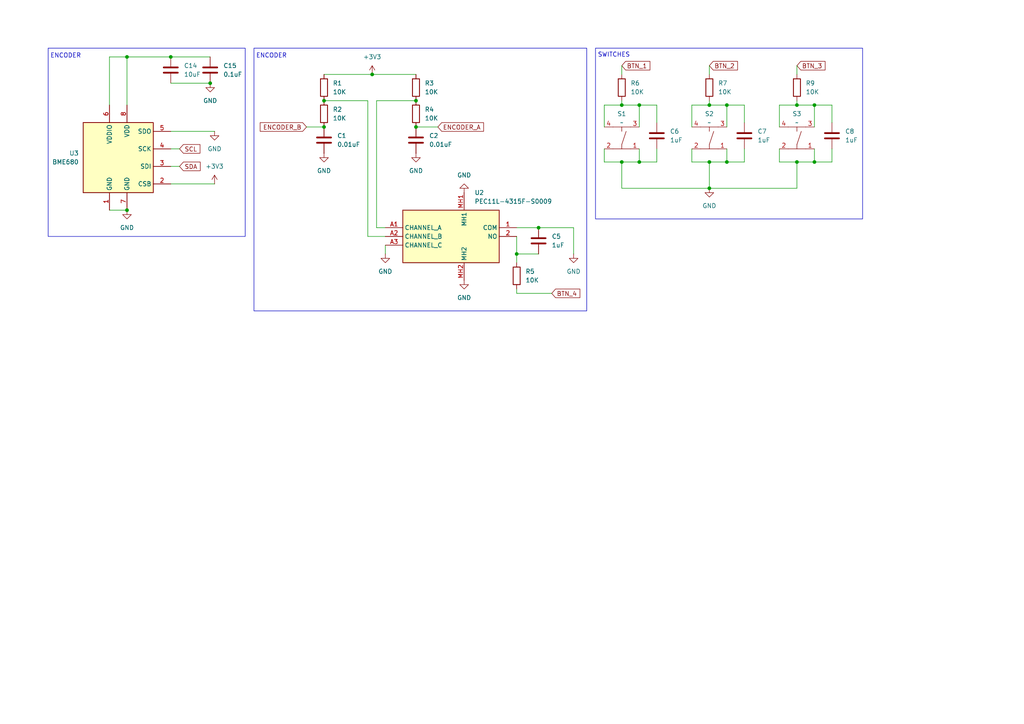
<source format=kicad_sch>
(kicad_sch (version 20231120) (generator "eeschema") (generator_version "8.0")
  (paper "A4")
  (lib_symbols
    (symbol "Device:C" (pin_numbers hide) (pin_names (offset 0.254))
      (property "Reference" "C" (at 0.635 2.54 0))
      (property "Value" "C" (at 0.635 -2.54 0))
      (symbol "C_0_1"
        (polyline (pts (xy -2.032 -0.762) (xy 2.032 -0.762)) (stroke (width 0.508)))
        (polyline (pts (xy -2.032 0.762) (xy 2.032 0.762)) (stroke (width 0.508)))
      )
      (symbol "C_1_1"
        (pin passive line (at 0 3.81 270) (length 2.794) (name "~") (number "1"))
        (pin passive line (at 0 -3.81 90) (length 2.794) (name "~") (number "2"))
      )
    )
    (symbol "Device:R" (pin_numbers hide) (pin_names (offset 0))
      (property "Reference" "R" (at 2.032 0 90))
      (property "Value" "R" (at 0 0 90))
      (symbol "R_0_1"
        (rectangle (start -1.016 -2.54) (end 1.016 2.54) (stroke (width 0.254)))
      )
      (symbol "R_1_1"
        (pin passive line (at 0 3.81 270) (length 1.27) (name "~") (number "1"))
        (pin passive line (at 0 -3.81 90) (length 1.27) (name "~") (number "2"))
      )
    )
    (symbol "SamacSys_Parts:OMRON_B3FS_Tactile_Switch"
      (property "Reference" "S" (at -1.27 3.556 0))
      (symbol "OMRON_B3FS_Tactile_Switch_0_1"
        (polyline (pts (xy -2.54 1.27) (xy 2.54 1.27)))
        (polyline (pts (xy 0 -5.08) (xy 0 -3.81)))
        (polyline (pts (xy 0 -3.81) (xy 1.27 0)))
        (polyline (pts (xy 0 1.27) (xy 0 0)))
        (polyline (pts (xy 2.54 -5.08) (xy -2.54 -5.08)))
      )
      (symbol "OMRON_B3FS_Tactile_Switch_1_1"
        (pin bidirectional line (at 5.08 -5.08 180) (length 2.54) (name "") (number "1"))
        (pin bidirectional line (at -5.08 -5.08 0) (length 2.54) (name "") (number "2"))
        (pin bidirectional line (at 5.08 1.27 180) (length 2.54) (name "") (number "3"))
        (pin bidirectional line (at -5.08 1.27 0) (length 2.54) (name "") (number "4"))
      )
    )
    (symbol "SamacSys_Parts:PEC11L-4315F-S0009"
      (property "Reference" "U" (at 21.59 15.24 0))
      (property "Value" "PEC11L-4315F-S0009" (at 21.59 12.7 0))
      (symbol "PEC11L-4315F-S0009_1_1"
        (rectangle (start 5.08 10.16) (end 20.32 -17.78) (stroke (width 0.254)) (fill (type background)))
        (pin passive line (at 10.16 15.24 270) (length 5.08) (name "COM") (number "1"))
        (pin passive line (at 12.7 15.24 270) (length 5.08) (name "NO") (number "2"))
        (pin passive line (at 10.16 -22.86 90) (length 5.08) (name "CHANNEL_A") (number "A1"))
        (pin passive line (at 12.7 -22.86 90) (length 5.08) (name "CHANNEL_B") (number "A2"))
        (pin passive line (at 15.24 -22.86 90) (length 5.08) (name "CHANNEL_C") (number "A3"))
        (pin passive line (at 0 0 0) (length 5.08) (name "MH1") (number "MH1"))
        (pin passive line (at 25.4 0 180) (length 5.08) (name "MH2") (number "MH2"))
      )
    )
    (symbol "Sensor:BME680"
      (property "Reference" "U" (at -8.89 11.43 0))
      (property "Value" "BME680" (at 7.62 11.43 0))
      (symbol "BME680_0_1"
        (rectangle (start -10.16 10.16) (end 10.16 -10.16) (stroke (width 0.254)) (fill (type background)))
      )
      (symbol "BME680_1_1"
        (pin power_in line (at -2.54 -15.24 90) (length 5.08) (name "GND") (number "1"))
        (pin input line (at 15.24 -7.62 180) (length 5.08) (name "CSB") (number "2"))
        (pin bidirectional line (at 15.24 -2.54 180) (length 5.08) (name "SDI") (number "3"))
        (pin input line (at 15.24 2.54 180) (length 5.08) (name "SCK") (number "4"))
        (pin bidirectional line (at 15.24 7.62 180) (length 5.08) (name "SDO") (number "5"))
        (pin power_in line (at -2.54 15.24 270) (length 5.08) (name "VDDIO") (number "6"))
        (pin power_in line (at 2.54 -15.24 90) (length 5.08) (name "GND") (number "7"))
        (pin power_in line (at 2.54 15.24 270) (length 5.08) (name "VDD") (number "8"))
      )
    )
    (symbol "power:+3V3" (power) (pin_numbers hide) (pin_names (offset 0) hide)
      (property "Value" "+3V3" (at 0 3.556 0))
      (symbol "+3V3_0_1"
        (polyline (pts (xy -0.762 1.27) (xy 0 2.54)))
        (polyline (pts (xy 0 0) (xy 0 2.54)))
        (polyline (pts (xy 0 2.54) (xy 0.762 1.27)))
      )
      (symbol "+3V3_1_1"
        (pin power_in line (at 0 0 90) (length 0) (name "~") (number "1"))
      )
    )
    (symbol "power:GND" (power) (pin_numbers hide) (pin_names (offset 0) hide)
      (property "Value" "GND" (at 0 -3.81 0))
      (symbol "GND_0_1"
        (polyline (pts (xy 0 0) (xy 0 -1.27) (xy 1.27 -1.27) (xy 0 -2.54) (xy -1.27 -1.27) (xy 0 -1.27)))
      )
      (symbol "GND_1_1"
        (pin power_in line (at 0 0 270) (length 0) (name "~") (number "1"))
      )
    )
  )
  (junction (at 120.65 29.21))
  (junction (at 93.98 36.83))
  (junction (at 107.95 21.59))
  (junction (at 205.74 46.99))
  (junction (at 231.14 46.99))
  (junction (at 36.83 16.51))
  (junction (at 120.65 36.83))
  (junction (at 185.42 46.99))
  (junction (at 210.82 46.99))
  (junction (at 180.34 46.99))
  (junction (at 236.22 30.48))
  (junction (at 231.14 30.48))
  (junction (at 49.53 16.51))
  (junction (at 149.86 73.66))
  (junction (at 236.22 46.99))
  (junction (at 180.34 30.48))
  (junction (at 210.82 30.48))
  (junction (at 156.21 66.04))
  (junction (at 60.96 24.13))
  (junction (at 205.74 30.48))
  (junction (at 36.83 60.96))
  (junction (at 93.98 29.21))
  (junction (at 205.74 54.61))
  (junction (at 185.42 30.48))
  (wire (pts (xy 166.37 66.04) (xy 166.37 73.66)))
  (wire (pts (xy 210.82 30.48) (xy 210.82 36.83)))
  (wire (pts (xy 190.5 30.48) (xy 190.5 35.56)))
  (wire (pts (xy 31.75 16.51) (xy 31.75 30.48)))
  (wire (pts (xy 185.42 30.48) (xy 190.5 30.48)))
  (wire (pts (xy 149.86 76.2) (xy 149.86 73.66)))
  (wire (pts (xy 88.9 36.83) (xy 93.98 36.83)))
  (wire (pts (xy 236.22 46.99) (xy 241.3 46.99)))
  (wire (pts (xy 236.22 43.18) (xy 236.22 46.99)))
  (wire (pts (xy 180.34 54.61) (xy 205.74 54.61)))
  (wire (pts (xy 127 36.83) (xy 120.65 36.83)))
  (wire (pts (xy 231.14 46.99) (xy 236.22 46.99)))
  (wire (pts (xy 62.23 38.1) (xy 49.53 38.1)))
  (wire (pts (xy 215.9 30.48) (xy 215.9 35.56)))
  (wire (pts (xy 111.76 68.58) (xy 106.68 68.58)))
  (wire (pts (xy 180.34 29.21) (xy 180.34 30.48)))
  (wire (pts (xy 210.82 30.48) (xy 215.9 30.48)))
  (wire (pts (xy 190.5 46.99) (xy 190.5 43.18)))
  (wire (pts (xy 205.74 30.48) (xy 210.82 30.48)))
  (wire (pts (xy 175.26 30.48) (xy 175.26 36.83)))
  (wire (pts (xy 31.75 60.96) (xy 36.83 60.96)))
  (wire (pts (xy 215.9 46.99) (xy 215.9 43.18)))
  (wire (pts (xy 180.34 19.05) (xy 180.34 21.59)))
  (wire (pts (xy 236.22 30.48) (xy 241.3 30.48)))
  (wire (pts (xy 111.76 71.12) (xy 111.76 73.66)))
  (wire (pts (xy 205.74 54.61) (xy 231.14 54.61)))
  (wire (pts (xy 231.14 30.48) (xy 236.22 30.48)))
  (wire (pts (xy 180.34 46.99) (xy 180.34 54.61)))
  (wire (pts (xy 200.66 46.99) (xy 205.74 46.99)))
  (wire (pts (xy 109.22 29.21) (xy 109.22 66.04)))
  (wire (pts (xy 52.07 43.18) (xy 49.53 43.18)))
  (wire (pts (xy 149.86 85.09) (xy 160.02 85.09)))
  (wire (pts (xy 107.95 21.59) (xy 120.65 21.59)))
  (wire (pts (xy 226.06 30.48) (xy 231.14 30.48)))
  (wire (pts (xy 149.86 66.04) (xy 156.21 66.04)))
  (wire (pts (xy 185.42 46.99) (xy 190.5 46.99)))
  (wire (pts (xy 205.74 46.99) (xy 210.82 46.99)))
  (wire (pts (xy 93.98 21.59) (xy 107.95 21.59)))
  (wire (pts (xy 200.66 30.48) (xy 200.66 36.83)))
  (wire (pts (xy 200.66 30.48) (xy 205.74 30.48)))
  (wire (pts (xy 52.07 48.26) (xy 49.53 48.26)))
  (wire (pts (xy 175.26 30.48) (xy 180.34 30.48)))
  (wire (pts (xy 185.42 43.18) (xy 185.42 46.99)))
  (wire (pts (xy 180.34 46.99) (xy 185.42 46.99)))
  (wire (pts (xy 200.66 46.99) (xy 200.66 43.18)))
  (wire (pts (xy 231.14 46.99) (xy 231.14 54.61)))
  (wire (pts (xy 156.21 66.04) (xy 166.37 66.04)))
  (wire (pts (xy 106.68 29.21) (xy 106.68 68.58)))
  (wire (pts (xy 241.3 30.48) (xy 241.3 35.56)))
  (wire (pts (xy 149.86 83.82) (xy 149.86 85.09)))
  (wire (pts (xy 205.74 29.21) (xy 205.74 30.48)))
  (wire (pts (xy 175.26 46.99) (xy 180.34 46.99)))
  (wire (pts (xy 226.06 46.99) (xy 226.06 43.18)))
  (wire (pts (xy 231.14 29.21) (xy 231.14 30.48)))
  (wire (pts (xy 180.34 30.48) (xy 185.42 30.48)))
  (wire (pts (xy 109.22 29.21) (xy 120.65 29.21)))
  (wire (pts (xy 226.06 30.48) (xy 226.06 36.83)))
  (wire (pts (xy 185.42 30.48) (xy 185.42 36.83)))
  (wire (pts (xy 175.26 46.99) (xy 175.26 43.18)))
  (wire (pts (xy 36.83 16.51) (xy 31.75 16.51)))
  (wire (pts (xy 49.53 16.51) (xy 60.96 16.51)))
  (wire (pts (xy 49.53 16.51) (xy 36.83 16.51)))
  (wire (pts (xy 231.14 19.05) (xy 231.14 21.59)))
  (wire (pts (xy 226.06 46.99) (xy 231.14 46.99)))
  (wire (pts (xy 241.3 46.99) (xy 241.3 43.18)))
  (wire (pts (xy 210.82 43.18) (xy 210.82 46.99)))
  (wire (pts (xy 106.68 29.21) (xy 93.98 29.21)))
  (wire (pts (xy 205.74 46.99) (xy 205.74 54.61)))
  (wire (pts (xy 149.86 73.66) (xy 156.21 73.66)))
  (wire (pts (xy 109.22 66.04) (xy 111.76 66.04)))
  (wire (pts (xy 149.86 68.58) (xy 149.86 73.66)))
  (wire (pts (xy 36.83 16.51) (xy 36.83 30.48)))
  (wire (pts (xy 49.53 24.13) (xy 60.96 24.13)))
  (wire (pts (xy 62.23 53.34) (xy 49.53 53.34)))
  (wire (pts (xy 210.82 46.99) (xy 215.9 46.99)))
  (wire (pts (xy 236.22 30.48) (xy 236.22 36.83)))
  (wire (pts (xy 205.74 19.05) (xy 205.74 21.59)))
  (rectangle (start 73.66 13.97) (end 170.18 90.17))
  (rectangle (start 13.97 13.97) (end 71.12 68.58))
  (rectangle (start 172.72 13.97) (end 250.19 63.5))
  (text "SWITCHES" (at 178.054 16.002 0) (effects (font (size 1.27 1.27))))
  (text "ENCODER" (at 78.74 16.256 0) (effects (font (size 1.27 1.27))))
  (text "ENCODER" (at 19.05 16.256 0) (effects (font (size 1.27 1.27))))
  (global_label "BTN_2" (shape input) (at 205.74 19.05 0) (property "Intersheetrefs" "${INTERSHEET_REFS}" (effects (hide yes))))
  (global_label "ENCODER_A" (shape input) (at 127 36.83 0) (property "Intersheetrefs" "${INTERSHEET_REFS}" (effects (hide yes))))
  (global_label "ENCODER_B" (shape input) (at 88.9 36.83 180) (property "Intersheetrefs" "${INTERSHEET_REFS}" (effects (hide yes))))
  (global_label "BTN_3" (shape input) (at 231.14 19.05 0) (property "Intersheetrefs" "${INTERSHEET_REFS}" (effects (hide yes))))
  (global_label "BTN_1" (shape input) (at 180.34 19.05 0) (property "Intersheetrefs" "${INTERSHEET_REFS}" (effects (hide yes))))
  (global_label "SDA" (shape input) (at 52.07 48.26 0) (property "Intersheetrefs" "${INTERSHEET_REFS}" (effects (hide yes))))
  (global_label "BTN_4" (shape input) (at 160.02 85.09 0) (property "Intersheetrefs" "${INTERSHEET_REFS}" (effects (hide yes))))
  (global_label "SCL" (shape input) (at 52.07 43.18 0) (property "Intersheetrefs" "${INTERSHEET_REFS}" (effects (hide yes))))
  (symbol (lib_id "power:GND") (at 60.96 24.13 0) (unit 1)
    (property "Reference" "#PWR026" (effects (hide yes)))
    (property "Value" "GND" (at 60.96 29.21 0))
    (property "Description" "Power symbol creates a global label with name \"GND\" , ground" (effects (hide yes)))
  )
  (symbol (lib_id "power:+3V3") (at 62.23 53.34 0) (unit 1)
    (property "Reference" "#PWR024" (effects (hide yes)))
    (property "Value" "+3V3" (at 62.23 48.26 0))
    (property "Description" "Power symbol creates a global label with name \"+3V3\"" (effects (hide yes)))
  )
  (symbol (lib_id "Device:C") (at 190.5 39.37 0) (unit 1)
    (property "Reference" "C6" (at 194.31 38.0999 0) (effects (justify left)))
    (property "Value" "1uF" (at 194.31 40.6399 0) (effects (justify left)))
    (property "Footprint" "Capacitor_SMD:C_1206_3216Metric" (effects (hide yes)))
    (property "Description" "Unpolarized capacitor" (effects (hide yes)))
  )
  (symbol (lib_id "power:GND") (at 166.37 73.66 0) (unit 1)
    (property "Reference" "#PWR09" (effects (hide yes)))
    (property "Value" "GND" (at 166.37 78.74 0))
    (property "Description" "Power symbol creates a global label with name \"GND\" , ground" (effects (hide yes)))
  )
  (symbol (lib_id "SamacSys_Parts:OMRON_B3FS_Tactile_Switch") (at 231.14 38.1 0) (unit 1)
    (property "Reference" "S3" (at 231.14 33.02 0))
    (property "Value" "~" (at 231.14 35.56 0))
    (property "Footprint" "SamacSys_Parts:B3FS-1050" (effects (hide yes)))
  )
  (symbol (lib_id "power:GND") (at 36.83 60.96 0) (unit 1)
    (property "Reference" "#PWR025" (effects (hide yes)))
    (property "Value" "GND" (at 36.83 66.04 0))
    (property "Description" "Power symbol creates a global label with name \"GND\" , ground" (effects (hide yes)))
  )
  (symbol (lib_id "SamacSys_Parts:PEC11L-4315F-S0009") (at 134.62 55.88 270) (unit 1)
    (property "Reference" "U2" (at 137.6365 55.88 90) (effects (justify left)))
    (property "Value" "PEC11L-4315F-S0009" (at 137.6365 58.42 90) (effects (justify left)))
    (property "Footprint" "SamacSys_Parts:PEC11L4315FS0009" (effects (hide yes)))
    (property "Datasheet" "https://bourns.com/docs/product-datasheets/pec11l.pdf" (effects (hide yes)))
    (property "Description" "11 mm Low Profile Encoder" (effects (hide yes)))
    (property "Height" "20" (effects (hide yes)))
    (property "Manufacturer_Name" "Bourns" (effects (hide yes)))
    (property "Manufacturer_Part_Number" "PEC11L-4315F-S0009" (effects (hide yes)))
  )
  (symbol (lib_id "power:GND") (at 134.62 81.28 0) (unit 1)
    (property "Reference" "#PWR06" (effects (hide yes)))
    (property "Value" "GND" (at 134.62 86.36 0))
    (property "Description" "Power symbol creates a global label with name \"GND\" , ground" (effects (hide yes)))
  )
  (symbol (lib_id "Device:R") (at 120.65 33.02 180) (unit 1)
    (property "Reference" "R4" (at 123.19 31.7499 0) (effects (justify right)))
    (property "Value" "10K" (at 123.19 34.2899 0) (effects (justify right)))
    (property "Footprint" "Resistor_SMD:R_1206_3216Metric_Pad1.30x1.75mm_HandSolder" (effects (hide yes)))
    (property "Description" "Resistor" (effects (hide yes)))
  )
  (symbol (lib_id "SamacSys_Parts:OMRON_B3FS_Tactile_Switch") (at 205.74 38.1 0) (unit 1)
    (property "Reference" "S2" (at 205.74 33.02 0))
    (property "Value" "~" (at 205.74 35.56 0))
    (property "Footprint" "SamacSys_Parts:B3FS-1050" (effects (hide yes)))
  )
  (symbol (lib_id "power:GND") (at 93.98 44.45 0) (unit 1)
    (property "Reference" "#PWR01" (effects (hide yes)))
    (property "Value" "GND" (at 93.98 49.53 0))
    (property "Description" "Power symbol creates a global label with name \"GND\" , ground" (effects (hide yes)))
  )
  (symbol (lib_id "Device:R") (at 93.98 33.02 180) (unit 1)
    (property "Reference" "R2" (at 96.52 31.7499 0) (effects (justify right)))
    (property "Value" "10K" (at 96.52 34.2899 0) (effects (justify right)))
    (property "Footprint" "Resistor_SMD:R_1206_3216Metric_Pad1.30x1.75mm_HandSolder" (effects (hide yes)))
    (property "Description" "Resistor" (effects (hide yes)))
  )
  (symbol (lib_id "Device:R") (at 231.14 25.4 0) (unit 1)
    (property "Reference" "R9" (at 233.68 24.1299 0) (effects (justify left)))
    (property "Value" "10K" (at 233.68 26.6699 0) (effects (justify left)))
    (property "Footprint" "Resistor_SMD:R_1206_3216Metric_Pad1.30x1.75mm_HandSolder" (effects (hide yes)))
    (property "Description" "Resistor" (effects (hide yes)))
  )
  (symbol (lib_id "Device:C") (at 60.96 20.32 0) (unit 1)
    (property "Reference" "C15" (at 64.77 19.0499 0) (effects (justify left)))
    (property "Value" "0.1uF" (at 64.77 21.5899 0) (effects (justify left)))
    (property "Footprint" "Capacitor_SMD:C_1206_3216Metric" (effects (hide yes)))
    (property "Description" "Unpolarized capacitor" (effects (hide yes)))
  )
  (symbol (lib_id "Device:C") (at 215.9 39.37 0) (unit 1)
    (property "Reference" "C7" (at 219.71 38.0999 0) (effects (justify left)))
    (property "Value" "1uF" (at 219.71 40.6399 0) (effects (justify left)))
    (property "Footprint" "Capacitor_SMD:C_1206_3216Metric" (effects (hide yes)))
    (property "Description" "Unpolarized capacitor" (effects (hide yes)))
  )
  (symbol (lib_id "Device:C") (at 49.53 20.32 0) (unit 1)
    (property "Reference" "C14" (at 53.34 19.0499 0) (effects (justify left)))
    (property "Value" "10uF" (at 53.34 21.5899 0) (effects (justify left)))
    (property "Footprint" "Capacitor_SMD:C_1206_3216Metric" (effects (hide yes)))
    (property "Description" "Unpolarized capacitor" (effects (hide yes)))
  )
  (symbol (lib_id "Device:R") (at 149.86 80.01 0) (unit 1)
    (property "Reference" "R5" (at 152.4 78.7399 0) (effects (justify left)))
    (property "Value" "10K" (at 152.4 81.2799 0) (effects (justify left)))
    (property "Footprint" "Resistor_SMD:R_1206_3216Metric_Pad1.30x1.75mm_HandSolder" (effects (hide yes)))
    (property "Description" "Resistor" (effects (hide yes)))
  )
  (symbol (lib_id "Device:R") (at 180.34 25.4 0) (unit 1)
    (property "Reference" "R6" (at 182.88 24.1299 0) (effects (justify left)))
    (property "Value" "10K" (at 182.88 26.6699 0) (effects (justify left)))
    (property "Footprint" "Resistor_SMD:R_1206_3216Metric_Pad1.30x1.75mm_HandSolder" (effects (hide yes)))
    (property "Description" "Resistor" (effects (hide yes)))
  )
  (symbol (lib_id "Device:C") (at 241.3 39.37 0) (unit 1)
    (property "Reference" "C8" (at 245.11 38.0999 0) (effects (justify left)))
    (property "Value" "1uF" (at 245.11 40.6399 0) (effects (justify left)))
    (property "Footprint" "Capacitor_SMD:C_1206_3216Metric" (effects (hide yes)))
    (property "Description" "Unpolarized capacitor" (effects (hide yes)))
  )
  (symbol (lib_id "SamacSys_Parts:OMRON_B3FS_Tactile_Switch") (at 180.34 38.1 0) (unit 1)
    (property "Reference" "S1" (at 180.34 33.02 0))
    (property "Value" "~" (at 180.34 35.56 0))
    (property "Footprint" "SamacSys_Parts:B3FS-1050" (effects (hide yes)))
  )
  (symbol (lib_id "power:+3V3") (at 107.95 21.59 0) (unit 1)
    (property "Reference" "#PWR02" (effects (hide yes)))
    (property "Value" "+3V3" (at 107.95 16.51 0))
    (property "Description" "Power symbol creates a global label with name \"+3V3\"" (effects (hide yes)))
  )
  (symbol (lib_id "Device:C") (at 156.21 69.85 0) (unit 1)
    (property "Reference" "C5" (at 160.02 68.5799 0) (effects (justify left)))
    (property "Value" "1uF" (at 160.02 71.1199 0) (effects (justify left)))
    (property "Footprint" "Capacitor_SMD:C_1206_3216Metric" (effects (hide yes)))
    (property "Description" "Unpolarized capacitor" (effects (hide yes)))
  )
  (symbol (lib_id "Device:C") (at 120.65 40.64 0) (unit 1)
    (property "Reference" "C2" (at 124.46 39.3699 0) (effects (justify left)))
    (property "Value" "0.01uF" (at 124.46 41.9099 0) (effects (justify left)))
    (property "Footprint" "Capacitor_SMD:C_1206_3216Metric" (effects (hide yes)))
    (property "Description" "Unpolarized capacitor" (effects (hide yes)))
  )
  (symbol (lib_id "power:GND") (at 120.65 44.45 0) (unit 1)
    (property "Reference" "#PWR04" (effects (hide yes)))
    (property "Value" "GND" (at 120.65 49.53 0))
    (property "Description" "Power symbol creates a global label with name \"GND\" , ground" (effects (hide yes)))
  )
  (symbol (lib_id "power:GND") (at 111.76 73.66 0) (unit 1)
    (property "Reference" "#PWR03" (effects (hide yes)))
    (property "Value" "GND" (at 111.76 78.74 0))
    (property "Description" "Power symbol creates a global label with name \"GND\" , ground" (effects (hide yes)))
  )
  (symbol (lib_id "Device:R") (at 93.98 25.4 0) (unit 1)
    (property "Reference" "R1" (at 96.52 24.1299 0) (effects (justify left)))
    (property "Value" "10K" (at 96.52 26.6699 0) (effects (justify left)))
    (property "Footprint" "Resistor_SMD:R_1206_3216Metric_Pad1.30x1.75mm_HandSolder" (effects (hide yes)))
    (property "Description" "Resistor" (effects (hide yes)))
  )
  (symbol (lib_id "Device:C") (at 93.98 40.64 0) (unit 1)
    (property "Reference" "C1" (at 97.79 39.3699 0) (effects (justify left)))
    (property "Value" "0.01uF" (at 97.79 41.9099 0) (effects (justify left)))
    (property "Footprint" "Capacitor_SMD:C_1206_3216Metric" (effects (hide yes)))
    (property "Description" "Unpolarized capacitor" (effects (hide yes)))
  )
  (symbol (lib_id "power:GND") (at 134.62 55.88 180) (unit 1)
    (property "Reference" "#PWR05" (effects (hide yes)))
    (property "Value" "GND" (at 134.62 50.8 0))
    (property "Description" "Power symbol creates a global label with name \"GND\" , ground" (effects (hide yes)))
  )
  (symbol (lib_id "Device:R") (at 120.65 25.4 0) (unit 1)
    (property "Reference" "R3" (at 123.19 24.1299 0) (effects (justify left)))
    (property "Value" "10K" (at 123.19 26.6699 0) (effects (justify left)))
    (property "Footprint" "Resistor_SMD:R_1206_3216Metric_Pad1.30x1.75mm_HandSolder" (effects (hide yes)))
    (property "Description" "Resistor" (effects (hide yes)))
  )
  (symbol (lib_id "Device:R") (at 205.74 25.4 0) (unit 1)
    (property "Reference" "R7" (at 208.28 24.1299 0) (effects (justify left)))
    (property "Value" "10K" (at 208.28 26.6699 0) (effects (justify left)))
    (property "Footprint" "Resistor_SMD:R_1206_3216Metric_Pad1.30x1.75mm_HandSolder" (effects (hide yes)))
    (property "Description" "Resistor" (effects (hide yes)))
  )
  (symbol (lib_id "Sensor:BME680") (at 34.29 45.72 0) (unit 1)
    (property "Reference" "U3" (at 22.86 44.4499 0) (effects (justify right)))
    (property "Value" "BME680" (at 22.86 46.9899 0) (effects (justify right)))
    (property "Footprint" "Package_LGA:Bosch_LGA-8_3x3mm_P0.8mm_ClockwisePinNumbering" (effects (hide yes)))
    (property "Datasheet" "https://ae-bst.resource.bosch.com/media/_tech/media/datasheets/BST-BME680-DS001.pdf" (effects (hide yes)))
    (property "Description" "4-in-1 sensor, gas, humidity, pressure, temperature, I2C and SPI interface, 1.71-3.6V, LGA-8" (effects (hide yes)))
  )
  (symbol (lib_id "power:GND") (at 205.74 54.61 0) (unit 1)
    (property "Reference" "#PWR010" (effects (hide yes)))
    (property "Value" "GND" (at 205.74 59.69 0))
    (property "Description" "Power symbol creates a global label with name \"GND\" , ground" (effects (hide yes)))
  )
  (symbol (lib_id "power:GND") (at 62.23 38.1 0) (unit 1)
    (property "Reference" "#PWR027" (effects (hide yes)))
    (property "Value" "GND" (at 62.23 43.18 0))
    (property "Description" "Power symbol creates a global label with name \"GND\" , ground" (effects (hide yes)))
  )
)
</source>
